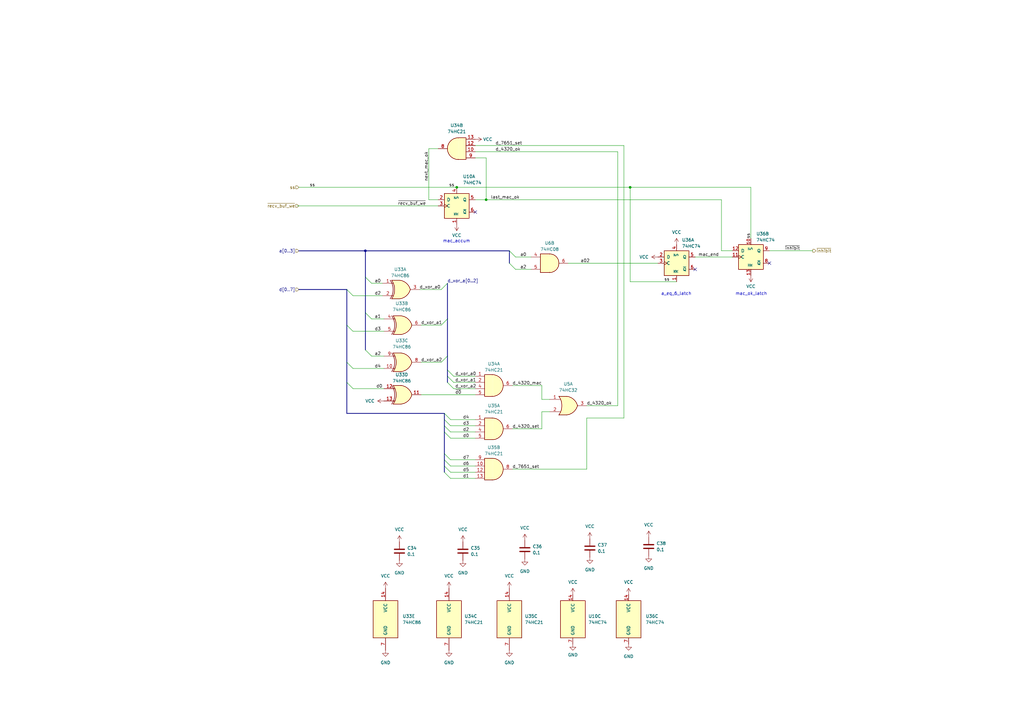
<source format=kicad_sch>
(kicad_sch (version 20230121) (generator eeschema)
  (paper "A3")
  (title_block (title "MAC filter") (date "2023-10-18") (rev "1"))
  (lib_symbols
    (symbol "74xx:74HC74" (pin_names (offset 1.016))
      (property "Reference" "U" (at -7.62 8.89 0))
      (property "Value" "74HC74" (at -7.62 -8.89 0))
      (symbol "74HC74_1_0"
        (pin input line (at 0 -7.62 90) (length 2.54) (name "~{R}") (number "1"))
        (pin input line (at -7.62 2.54 0) (length 2.54) (name "D") (number "2"))
        (pin input clock (at -7.62 0 0) (length 2.54) (name "C") (number "3"))
        (pin input line (at 0 7.62 270) (length 2.54) (name "~{S}") (number "4"))
        (pin output line (at 7.62 2.54 180) (length 2.54) (name "Q") (number "5"))
        (pin output line (at 7.62 -2.54 180) (length 2.54) (name "~{Q}") (number "6"))
      )
      (symbol "74HC74_1_1"
        (rectangle (start -5.08 5.08) (end 5.08 -5.08) (stroke (width 0.254)) (fill (type background)))
      )
      (symbol "74HC74_2_0"
        (pin input line (at 0 7.62 270) (length 2.54) (name "~{S}") (number "10"))
        (pin input clock (at -7.62 0 0) (length 2.54) (name "C") (number "11"))
        (pin input line (at -7.62 2.54 0) (length 2.54) (name "D") (number "12"))
        (pin input line (at 0 -7.62 90) (length 2.54) (name "~{R}") (number "13"))
        (pin output line (at 7.62 -2.54 180) (length 2.54) (name "~{Q}") (number "8"))
        (pin output line (at 7.62 2.54 180) (length 2.54) (name "Q") (number "9"))
      )
      (symbol "74HC74_2_1"
        (rectangle (start -5.08 5.08) (end 5.08 -5.08) (stroke (width 0.254)) (fill (type background)))
      )
      (symbol "74HC74_3_0"
        (pin power_in line (at 0 10.16 270) (length 2.54) (name "VCC") (number "14"))
        (pin power_in line (at 0 -10.16 90) (length 2.54) (name "GND") (number "7"))
      )
      (symbol "74HC74_3_1"
        (rectangle (start -5.08 7.62) (end 5.08 -7.62) (stroke (width 0.254)) (fill (type background)))
      )
    )
    (symbol "74xx:74HC86" (pin_names (offset 1.016))
      (property "Reference" "U" (at 0 1.27 0))
      (property "Value" "74HC86" (at 0 -1.27 0))
      (symbol "74HC86_1_0"
        (arc (start -4.4196 -3.81) (mid -3.2033 0) (end -4.4196 3.81) (stroke (width 0.254)))
        (arc (start -3.81 -3.81) (mid -2.589 0) (end -3.81 3.81) (stroke (width 0.254)))
        (arc (start -0.6096 -3.81) (mid 2.1842 -2.5851) (end 3.81 0) (stroke (width 0.254)) (fill (type background)))
        (polyline (pts (xy -3.81 -3.81) (xy -0.635 -3.81)) (stroke (width 0.254)) (fill (type background)))
        (polyline (pts (xy -3.81 3.81) (xy -0.635 3.81)) (stroke (width 0.254)) (fill (type background)))
        (polyline (pts (xy -0.635 3.81) (xy -3.81 3.81) (xy -3.81 3.81) (xy -3.556 3.4036) (xy -3.0226 2.2606) (xy -2.6924 1.0414) (xy -2.6162 -0.254) (xy -2.7686 -1.4986) (xy -3.175 -2.7178) (xy -3.81 -3.81) (xy -3.81 -3.81) (xy -0.635 -3.81)) (stroke (width -25.4)) (fill (type background)))
        (arc (start 3.81 0) (mid 2.1915 2.5936) (end -0.6096 3.81) (stroke (width 0.254)) (fill (type background)))
        (pin input line (at -7.62 2.54 0) (length 4.445) (name "~") (number "1"))
        (pin input line (at -7.62 -2.54 0) (length 4.445) (name "~") (number "2"))
        (pin output line (at 7.62 0 180) (length 3.81) (name "~") (number "3"))
      )
      (symbol "74HC86_1_1"
        (polyline (pts (xy -3.81 -2.54) (xy -3.175 -2.54)) (stroke (width 0.1524)))
        (polyline (pts (xy -3.81 2.54) (xy -3.175 2.54)) (stroke (width 0.1524)))
      )
      (symbol "74HC86_2_0"
        (arc (start -4.4196 -3.81) (mid -3.2033 0) (end -4.4196 3.81) (stroke (width 0.254)))
        (arc (start -3.81 -3.81) (mid -2.589 0) (end -3.81 3.81) (stroke (width 0.254)))
        (arc (start -0.6096 -3.81) (mid 2.1842 -2.5851) (end 3.81 0) (stroke (width 0.254)) (fill (type background)))
        (polyline (pts (xy -3.81 -3.81) (xy -0.635 -3.81)) (stroke (width 0.254)) (fill (type background)))
        (polyline (pts (xy -3.81 3.81) (xy -0.635 3.81)) (stroke (width 0.254)) (fill (type background)))
        (polyline (pts (xy -0.635 3.81) (xy -3.81 3.81) (xy -3.81 3.81) (xy -3.556 3.4036) (xy -3.0226 2.2606) (xy -2.6924 1.0414) (xy -2.6162 -0.254) (xy -2.7686 -1.4986) (xy -3.175 -2.7178) (xy -3.81 -3.81) (xy -3.81 -3.81) (xy -0.635 -3.81)) (stroke (width -25.4)) (fill (type background)))
        (arc (start 3.81 0) (mid 2.1915 2.5936) (end -0.6096 3.81) (stroke (width 0.254)) (fill (type background)))
        (pin input line (at -7.62 2.54 0) (length 4.445) (name "~") (number "4"))
        (pin input line (at -7.62 -2.54 0) (length 4.445) (name "~") (number "5"))
        (pin output line (at 7.62 0 180) (length 3.81) (name "~") (number "6"))
      )
      (symbol "74HC86_2_1"
        (polyline (pts (xy -3.81 -2.54) (xy -3.175 -2.54)) (stroke (width 0.1524)))
        (polyline (pts (xy -3.81 2.54) (xy -3.175 2.54)) (stroke (width 0.1524)))
      )
      (symbol "74HC86_3_0"
        (arc (start -4.4196 -3.81) (mid -3.2033 0) (end -4.4196 3.81) (stroke (width 0.254)))
        (arc (start -3.81 -3.81) (mid -2.589 0) (end -3.81 3.81) (stroke (width 0.254)))
        (arc (start -0.6096 -3.81) (mid 2.1842 -2.5851) (end 3.81 0) (stroke (width 0.254)) (fill (type background)))
        (polyline (pts (xy -3.81 -3.81) (xy -0.635 -3.81)) (stroke (width 0.254)) (fill (type background)))
        (polyline (pts (xy -3.81 3.81) (xy -0.635 3.81)) (stroke (width 0.254)) (fill (type background)))
        (polyline (pts (xy -0.635 3.81) (xy -3.81 3.81) (xy -3.81 3.81) (xy -3.556 3.4036) (xy -3.0226 2.2606) (xy -2.6924 1.0414) (xy -2.6162 -0.254) (xy -2.7686 -1.4986) (xy -3.175 -2.7178) (xy -3.81 -3.81) (xy -3.81 -3.81) (xy -0.635 -3.81)) (stroke (width -25.4)) (fill (type background)))
        (arc (start 3.81 0) (mid 2.1915 2.5936) (end -0.6096 3.81) (stroke (width 0.254)) (fill (type background)))
        (pin input line (at -7.62 -2.54 0) (length 4.445) (name "~") (number "10"))
        (pin output line (at 7.62 0 180) (length 3.81) (name "~") (number "8"))
        (pin input line (at -7.62 2.54 0) (length 4.445) (name "~") (number "9"))
      )
      (symbol "74HC86_3_1"
        (polyline (pts (xy -3.81 -2.54) (xy -3.175 -2.54)) (stroke (width 0.1524)))
        (polyline (pts (xy -3.81 2.54) (xy -3.175 2.54)) (stroke (width 0.1524)))
      )
      (symbol "74HC86_4_0"
        (arc (start -4.4196 -3.81) (mid -3.2033 0) (end -4.4196 3.81) (stroke (width 0.254)))
        (arc (start -3.81 -3.81) (mid -2.589 0) (end -3.81 3.81) (stroke (width 0.254)))
        (arc (start -0.6096 -3.81) (mid 2.1842 -2.5851) (end 3.81 0) (stroke (width 0.254)) (fill (type background)))
        (polyline (pts (xy -3.81 -3.81) (xy -0.635 -3.81)) (stroke (width 0.254)) (fill (type background)))
        (polyline (pts (xy -3.81 3.81) (xy -0.635 3.81)) (stroke (width 0.254)) (fill (type background)))
        (polyline (pts (xy -0.635 3.81) (xy -3.81 3.81) (xy -3.81 3.81) (xy -3.556 3.4036) (xy -3.0226 2.2606) (xy -2.6924 1.0414) (xy -2.6162 -0.254) (xy -2.7686 -1.4986) (xy -3.175 -2.7178) (xy -3.81 -3.81) (xy -3.81 -3.81) (xy -0.635 -3.81)) (stroke (width -25.4)) (fill (type background)))
        (arc (start 3.81 0) (mid 2.1915 2.5936) (end -0.6096 3.81) (stroke (width 0.254)) (fill (type background)))
        (pin output line (at 7.62 0 180) (length 3.81) (name "~") (number "11"))
        (pin input line (at -7.62 2.54 0) (length 4.445) (name "~") (number "12"))
        (pin input line (at -7.62 -2.54 0) (length 4.445) (name "~") (number "13"))
      )
      (symbol "74HC86_4_1"
        (polyline (pts (xy -3.81 -2.54) (xy -3.175 -2.54)) (stroke (width 0.1524)))
        (polyline (pts (xy -3.81 2.54) (xy -3.175 2.54)) (stroke (width 0.1524)))
      )
      (symbol "74HC86_5_0"
        (pin power_in line (at 0 12.7 270) (length 5.08) (name "VCC") (number "14"))
        (pin power_in line (at 0 -12.7 90) (length 5.08) (name "GND") (number "7"))
      )
      (symbol "74HC86_5_1"
        (rectangle (start -5.08 7.62) (end 5.08 -7.62) (stroke (width 0.254)) (fill (type background)))
      )
    )
    (symbol "74xx:74LS08" (pin_names (offset 1.016))
      (property "Reference" "U" (at 0 1.27 0))
      (property "Value" "74LS08" (at 0 -1.27 0))
      (symbol "74LS08_1_1"
        (arc (start 0 -3.81) (mid 3.7934 0) (end 0 3.81) (stroke (width 0.254)) (fill (type background)))
        (polyline (pts (xy 0 3.81) (xy -3.81 3.81) (xy -3.81 -3.81) (xy 0 -3.81)) (stroke (width 0.254)) (fill (type background)))
        (pin input line (at -7.62 2.54 0) (length 3.81) (name "~") (number "1"))
        (pin input line (at -7.62 -2.54 0) (length 3.81) (name "~") (number "2"))
        (pin output line (at 7.62 0 180) (length 3.81) (name "~") (number "3"))
      )
      (symbol "74LS08_1_2"
        (arc (start -3.81 -3.81) (mid -2.589 0) (end -3.81 3.81) (stroke (width 0.254)))
        (arc (start -0.6096 -3.81) (mid 2.1842 -2.5851) (end 3.81 0) (stroke (width 0.254)) (fill (type background)))
        (polyline (pts (xy -3.81 -3.81) (xy -0.635 -3.81)) (stroke (width 0.254)) (fill (type background)))
        (polyline (pts (xy -3.81 3.81) (xy -0.635 3.81)) (stroke (width 0.254)) (fill (type background)))
        (polyline (pts (xy -0.635 3.81) (xy -3.81 3.81) (xy -3.81 3.81) (xy -3.556 3.4036) (xy -3.0226 2.2606) (xy -2.6924 1.0414) (xy -2.6162 -0.254) (xy -2.7686 -1.4986) (xy -3.175 -2.7178) (xy -3.81 -3.81) (xy -3.81 -3.81) (xy -0.635 -3.81)) (stroke (width -25.4)) (fill (type background)))
        (arc (start 3.81 0) (mid 2.1915 2.5936) (end -0.6096 3.81) (stroke (width 0.254)) (fill (type background)))
        (pin input inverted (at -7.62 2.54 0) (length 4.318) (name "~") (number "1"))
        (pin input inverted (at -7.62 -2.54 0) (length 4.318) (name "~") (number "2"))
        (pin output inverted (at 7.62 0 180) (length 3.81) (name "~") (number "3"))
      )
      (symbol "74LS08_2_1"
        (arc (start 0 -3.81) (mid 3.7934 0) (end 0 3.81) (stroke (width 0.254)) (fill (type background)))
        (polyline (pts (xy 0 3.81) (xy -3.81 3.81) (xy -3.81 -3.81) (xy 0 -3.81)) (stroke (width 0.254)) (fill (type background)))
        (pin input line (at -7.62 2.54 0) (length 3.81) (name "~") (number "4"))
        (pin input line (at -7.62 -2.54 0) (length 3.81) (name "~") (number "5"))
        (pin output line (at 7.62 0 180) (length 3.81) (name "~") (number "6"))
      )
      (symbol "74LS08_2_2"
        (arc (start -3.81 -3.81) (mid -2.589 0) (end -3.81 3.81) (stroke (width 0.254)))
        (arc (start -0.6096 -3.81) (mid 2.1842 -2.5851) (end 3.81 0) (stroke (width 0.254)) (fill (type background)))
        (polyline (pts (xy -3.81 -3.81) (xy -0.635 -3.81)) (stroke (width 0.254)) (fill (type background)))
        (polyline (pts (xy -3.81 3.81) (xy -0.635 3.81)) (stroke (width 0.254)) (fill (type background)))
        (polyline (pts (xy -0.635 3.81) (xy -3.81 3.81) (xy -3.81 3.81) (xy -3.556 3.4036) (xy -3.0226 2.2606) (xy -2.6924 1.0414) (xy -2.6162 -0.254) (xy -2.7686 -1.4986) (xy -3.175 -2.7178) (xy -3.81 -3.81) (xy -3.81 -3.81) (xy -0.635 -3.81)) (stroke (width -25.4)) (fill (type background)))
        (arc (start 3.81 0) (mid 2.1915 2.5936) (end -0.6096 3.81) (stroke (width 0.254)) (fill (type background)))
        (pin input inverted (at -7.62 2.54 0) (length 4.318) (name "~") (number "4"))
        (pin input inverted (at -7.62 -2.54 0) (length 4.318) (name "~") (number "5"))
        (pin output inverted (at 7.62 0 180) (length 3.81) (name "~") (number "6"))
      )
      (symbol "74LS08_3_1"
        (arc (start 0 -3.81) (mid 3.7934 0) (end 0 3.81) (stroke (width 0.254)) (fill (type background)))
        (polyline (pts (xy 0 3.81) (xy -3.81 3.81) (xy -3.81 -3.81) (xy 0 -3.81)) (stroke (width 0.254)) (fill (type background)))
        (pin input line (at -7.62 -2.54 0) (length 3.81) (name "~") (number "10"))
        (pin output line (at 7.62 0 180) (length 3.81) (name "~") (number "8"))
        (pin input line (at -7.62 2.54 0) (length 3.81) (name "~") (number "9"))
      )
      (symbol "74LS08_3_2"
        (arc (start -3.81 -3.81) (mid -2.589 0) (end -3.81 3.81) (stroke (width 0.254)))
        (arc (start -0.6096 -3.81) (mid 2.1842 -2.5851) (end 3.81 0) (stroke (width 0.254)) (fill (type background)))
        (polyline (pts (xy -3.81 -3.81) (xy -0.635 -3.81)) (stroke (width 0.254)) (fill (type background)))
        (polyline (pts (xy -3.81 3.81) (xy -0.635 3.81)) (stroke (width 0.254)) (fill (type background)))
        (polyline (pts (xy -0.635 3.81) (xy -3.81 3.81) (xy -3.81 3.81) (xy -3.556 3.4036) (xy -3.0226 2.2606) (xy -2.6924 1.0414) (xy -2.6162 -0.254) (xy -2.7686 -1.4986) (xy -3.175 -2.7178) (xy -3.81 -3.81) (xy -3.81 -3.81) (xy -0.635 -3.81)) (stroke (width -25.4)) (fill (type background)))
        (arc (start 3.81 0) (mid 2.1915 2.5936) (end -0.6096 3.81) (stroke (width 0.254)) (fill (type background)))
        (pin input inverted (at -7.62 -2.54 0) (length 4.318) (name "~") (number "10"))
        (pin output inverted (at 7.62 0 180) (length 3.81) (name "~") (number "8"))
        (pin input inverted (at -7.62 2.54 0) (length 4.318) (name "~") (number "9"))
      )
      (symbol "74LS08_4_1"
        (arc (start 0 -3.81) (mid 3.7934 0) (end 0 3.81) (stroke (width 0.254)) (fill (type background)))
        (polyline (pts (xy 0 3.81) (xy -3.81 3.81) (xy -3.81 -3.81) (xy 0 -3.81)) (stroke (width 0.254)) (fill (type background)))
        (pin output line (at 7.62 0 180) (length 3.81) (name "~") (number "11"))
        (pin input line (at -7.62 2.54 0) (length 3.81) (name "~") (number "12"))
        (pin input line (at -7.62 -2.54 0) (length 3.81) (name "~") (number "13"))
      )
      (symbol "74LS08_4_2"
        (arc (start -3.81 -3.81) (mid -2.589 0) (end -3.81 3.81) (stroke (width 0.254)))
        (arc (start -0.6096 -3.81) (mid 2.1842 -2.5851) (end 3.81 0) (stroke (width 0.254)) (fill (type background)))
        (polyline (pts (xy -3.81 -3.81) (xy -0.635 -3.81)) (stroke (width 0.254)) (fill (type background)))
        (polyline (pts (xy -3.81 3.81) (xy -0.635 3.81)) (stroke (width 0.254)) (fill (type background)))
        (polyline (pts (xy -0.635 3.81) (xy -3.81 3.81) (xy -3.81 3.81) (xy -3.556 3.4036) (xy -3.0226 2.2606) (xy -2.6924 1.0414) (xy -2.6162 -0.254) (xy -2.7686 -1.4986) (xy -3.175 -2.7178) (xy -3.81 -3.81) (xy -3.81 -3.81) (xy -0.635 -3.81)) (stroke (width -25.4)) (fill (type background)))
        (arc (start 3.81 0) (mid 2.1915 2.5936) (end -0.6096 3.81) (stroke (width 0.254)) (fill (type background)))
        (pin output inverted (at 7.62 0 180) (length 3.81) (name "~") (number "11"))
        (pin input inverted (at -7.62 2.54 0) (length 4.318) (name "~") (number "12"))
        (pin input inverted (at -7.62 -2.54 0) (length 4.318) (name "~") (number "13"))
      )
      (symbol "74LS08_5_0"
        (pin power_in line (at 0 12.7 270) (length 5.08) (name "VCC") (number "14"))
        (pin power_in line (at 0 -12.7 90) (length 5.08) (name "GND") (number "7"))
      )
      (symbol "74LS08_5_1"
        (rectangle (start -5.08 7.62) (end 5.08 -7.62) (stroke (width 0.254)) (fill (type background)))
      )
    )
    (symbol "74xx:74LS21" (pin_names (offset 1.016))
      (property "Reference" "U" (at 0 1.27 0))
      (property "Value" "74LS21" (at 0 -1.27 0))
      (symbol "74LS21_1_1"
        (arc (start -0.635 -4.445) (mid 3.7907 0) (end -0.635 4.445) (stroke (width 0.254)) (fill (type background)))
        (polyline (pts (xy -0.635 4.445) (xy -3.81 4.445) (xy -3.81 -4.445) (xy -0.635 -4.445)) (stroke (width 0.254)) (fill (type background)))
        (pin input line (at -7.62 3.81 0) (length 3.81) (name "~") (number "1"))
        (pin input line (at -7.62 1.27 0) (length 3.81) (name "~") (number "2"))
        (pin input line (at -7.62 -1.27 0) (length 3.81) (name "~") (number "4"))
        (pin input line (at -7.62 -3.81 0) (length 3.81) (name "~") (number "5"))
        (pin output line (at 7.62 0 180) (length 3.81) (name "~") (number "6"))
      )
      (symbol "74LS21_1_2"
        (arc (start -3.81 -4.445) (mid -2.5908 0) (end -3.81 4.445) (stroke (width 0.254)))
        (arc (start -0.6096 -4.445) (mid 2.2246 -2.8422) (end 3.81 0) (stroke (width 0.254)) (fill (type background)))
        (polyline (pts (xy -3.81 -4.445) (xy -0.635 -4.445)) (stroke (width 0.254)) (fill (type background)))
        (polyline (pts (xy -3.81 4.445) (xy -0.635 4.445)) (stroke (width 0.254)) (fill (type background)))
        (polyline (pts (xy -0.635 4.445) (xy -3.81 4.445) (xy -3.81 4.445) (xy -3.6322 4.0894) (xy -3.0988 2.921) (xy -2.7686 1.6764) (xy -2.6162 0.4318) (xy -2.6416 -0.8636) (xy -2.8702 -2.1082) (xy -3.2512 -3.3274) (xy -3.81 -4.445) (xy -3.81 -4.445) (xy -0.635 -4.445)) (stroke (width -25.4)) (fill (type background)))
        (arc (start 3.81 0) (mid 2.2204 2.8379) (end -0.6096 4.445) (stroke (width 0.254)) (fill (type background)))
        (pin input inverted (at -7.62 3.81 0) (length 3.81) (name "~") (number "1"))
        (pin input inverted (at -7.62 1.27 0) (length 4.826) (name "~") (number "2"))
        (pin input inverted (at -7.62 -1.27 0) (length 4.826) (name "~") (number "4"))
        (pin input inverted (at -7.62 -3.81 0) (length 3.81) (name "~") (number "5"))
        (pin output inverted (at 7.62 0 180) (length 3.81) (name "~") (number "6"))
      )
      (symbol "74LS21_2_1"
        (arc (start -0.635 -4.445) (mid 3.7907 0) (end -0.635 4.445) (stroke (width 0.254)) (fill (type background)))
        (polyline (pts (xy -0.635 4.445) (xy -3.81 4.445) (xy -3.81 -4.445) (xy -0.635 -4.445)) (stroke (width 0.254)) (fill (type background)))
        (pin input line (at -7.62 1.27 0) (length 3.81) (name "~") (number "10"))
        (pin input line (at -7.62 -1.27 0) (length 3.81) (name "~") (number "12"))
        (pin input line (at -7.62 -3.81 0) (length 3.81) (name "~") (number "13"))
        (pin output line (at 7.62 0 180) (length 3.81) (name "~") (number "8"))
        (pin input line (at -7.62 3.81 0) (length 3.81) (name "~") (number "9"))
      )
      (symbol "74LS21_2_2"
        (arc (start -3.81 -4.445) (mid -2.5908 0) (end -3.81 4.445) (stroke (width 0.254)))
        (arc (start -0.6096 -4.445) (mid 2.2246 -2.8422) (end 3.81 0) (stroke (width 0.254)) (fill (type background)))
        (polyline (pts (xy -3.81 -4.445) (xy -0.635 -4.445)) (stroke (width 0.254)) (fill (type background)))
        (polyline (pts (xy -3.81 4.445) (xy -0.635 4.445)) (stroke (width 0.254)) (fill (type background)))
        (polyline (pts (xy -0.635 4.445) (xy -3.81 4.445) (xy -3.81 4.445) (xy -3.6322 4.0894) (xy -3.0988 2.921) (xy -2.7686 1.6764) (xy -2.6162 0.4318) (xy -2.6416 -0.8636) (xy -2.8702 -2.1082) (xy -3.2512 -3.3274) (xy -3.81 -4.445) (xy -3.81 -4.445) (xy -0.635 -4.445)) (stroke (width -25.4)) (fill (type background)))
        (arc (start 3.81 0) (mid 2.2204 2.8379) (end -0.6096 4.445) (stroke (width 0.254)) (fill (type background)))
        (pin input inverted (at -7.62 1.27 0) (length 4.826) (name "~") (number "10"))
        (pin input inverted (at -7.62 -1.27 0) (length 4.826) (name "~") (number "12"))
        (pin input inverted (at -7.62 -3.81 0) (length 3.81) (name "~") (number "13"))
        (pin output inverted (at 7.62 0 180) (length 3.81) (name "~") (number "8"))
        (pin input inverted (at -7.62 3.81 0) (length 3.81) (name "~") (number "9"))
      )
      (symbol "74LS21_3_0"
        (pin power_in line (at 0 12.7 270) (length 5.08) (name "VCC") (number "14"))
        (pin power_in line (at 0 -12.7 90) (length 5.08) (name "GND") (number "7"))
      )
      (symbol "74LS21_3_1"
        (rectangle (start -5.08 7.62) (end 5.08 -7.62) (stroke (width 0.254)) (fill (type background)))
      )
    )
    (symbol "74xx:74LS32" (pin_names (offset 1.016))
      (property "Reference" "U" (at 0 1.27 0))
      (property "Value" "74LS32" (at 0 -1.27 0))
      (symbol "74LS32_1_1"
        (arc (start -3.81 -3.81) (mid -2.589 0) (end -3.81 3.81) (stroke (width 0.254)))
        (arc (start -0.6096 -3.81) (mid 2.1842 -2.5851) (end 3.81 0) (stroke (width 0.254)) (fill (type background)))
        (polyline (pts (xy -3.81 -3.81) (xy -0.635 -3.81)) (stroke (width 0.254)) (fill (type background)))
        (polyline (pts (xy -3.81 3.81) (xy -0.635 3.81)) (stroke (width 0.254)) (fill (type background)))
        (polyline (pts (xy -0.635 3.81) (xy -3.81 3.81) (xy -3.81 3.81) (xy -3.556 3.4036) (xy -3.0226 2.2606) (xy -2.6924 1.0414) (xy -2.6162 -0.254) (xy -2.7686 -1.4986) (xy -3.175 -2.7178) (xy -3.81 -3.81) (xy -3.81 -3.81) (xy -0.635 -3.81)) (stroke (width -25.4)) (fill (type background)))
        (arc (start 3.81 0) (mid 2.1915 2.5936) (end -0.6096 3.81) (stroke (width 0.254)) (fill (type background)))
        (pin input line (at -7.62 2.54 0) (length 4.318) (name "~") (number "1"))
        (pin input line (at -7.62 -2.54 0) (length 4.318) (name "~") (number "2"))
        (pin output line (at 7.62 0 180) (length 3.81) (name "~") (number "3"))
      )
      (symbol "74LS32_1_2"
        (arc (start 0 -3.81) (mid 3.7934 0) (end 0 3.81) (stroke (width 0.254)) (fill (type background)))
        (polyline (pts (xy 0 3.81) (xy -3.81 3.81) (xy -3.81 -3.81) (xy 0 -3.81)) (stroke (width 0.254)) (fill (type background)))
        (pin input inverted (at -7.62 2.54 0) (length 3.81) (name "~") (number "1"))
        (pin input inverted (at -7.62 -2.54 0) (length 3.81) (name "~") (number "2"))
        (pin output inverted (at 7.62 0 180) (length 3.81) (name "~") (number "3"))
      )
      (symbol "74LS32_2_1"
        (arc (start -3.81 -3.81) (mid -2.589 0) (end -3.81 3.81) (stroke (width 0.254)))
        (arc (start -0.6096 -3.81) (mid 2.1842 -2.5851) (end 3.81 0) (stroke (width 0.254)) (fill (type background)))
        (polyline (pts (xy -3.81 -3.81) (xy -0.635 -3.81)) (stroke (width 0.254)) (fill (type background)))
        (polyline (pts (xy -3.81 3.81) (xy -0.635 3.81)) (stroke (width 0.254)) (fill (type background)))
        (polyline (pts (xy -0.635 3.81) (xy -3.81 3.81) (xy -3.81 3.81) (xy -3.556 3.4036) (xy -3.0226 2.2606) (xy -2.6924 1.0414) (xy -2.6162 -0.254) (xy -2.7686 -1.4986) (xy -3.175 -2.7178) (xy -3.81 -3.81) (xy -3.81 -3.81) (xy -0.635 -3.81)) (stroke (width -25.4)) (fill (type background)))
        (arc (start 3.81 0) (mid 2.1915 2.5936) (end -0.6096 3.81) (stroke (width 0.254)) (fill (type background)))
        (pin input line (at -7.62 2.54 0) (length 4.318) (name "~") (number "4"))
        (pin input line (at -7.62 -2.54 0) (length 4.318) (name "~") (number "5"))
        (pin output line (at 7.62 0 180) (length 3.81) (name "~") (number "6"))
      )
      (symbol "74LS32_2_2"
        (arc (start 0 -3.81) (mid 3.7934 0) (end 0 3.81) (stroke (width 0.254)) (fill (type background)))
        (polyline (pts (xy 0 3.81) (xy -3.81 3.81) (xy -3.81 -3.81) (xy 0 -3.81)) (stroke (width 0.254)) (fill (type background)))
        (pin input inverted (at -7.62 2.54 0) (length 3.81) (name "~") (number "4"))
        (pin input inverted (at -7.62 -2.54 0) (length 3.81) (name "~") (number "5"))
        (pin output inverted (at 7.62 0 180) (length 3.81) (name "~") (number "6"))
      )
      (symbol "74LS32_3_1"
        (arc (start -3.81 -3.81) (mid -2.589 0) (end -3.81 3.81) (stroke (width 0.254)))
        (arc (start -0.6096 -3.81) (mid 2.1842 -2.5851) (end 3.81 0) (stroke (width 0.254)) (fill (type background)))
        (polyline (pts (xy -3.81 -3.81) (xy -0.635 -3.81)) (stroke (width 0.254)) (fill (type background)))
        (polyline (pts (xy -3.81 3.81) (xy -0.635 3.81)) (stroke (width 0.254)) (fill (type background)))
        (polyline (pts (xy -0.635 3.81) (xy -3.81 3.81) (xy -3.81 3.81) (xy -3.556 3.4036) (xy -3.0226 2.2606) (xy -2.6924 1.0414) (xy -2.6162 -0.254) (xy -2.7686 -1.4986) (xy -3.175 -2.7178) (xy -3.81 -3.81) (xy -3.81 -3.81) (xy -0.635 -3.81)) (stroke (width -25.4)) (fill (type background)))
        (arc (start 3.81 0) (mid 2.1915 2.5936) (end -0.6096 3.81) (stroke (width 0.254)) (fill (type background)))
        (pin input line (at -7.62 -2.54 0) (length 4.318) (name "~") (number "10"))
        (pin output line (at 7.62 0 180) (length 3.81) (name "~") (number "8"))
        (pin input line (at -7.62 2.54 0) (length 4.318) (name "~") (number "9"))
      )
      (symbol "74LS32_3_2"
        (arc (start 0 -3.81) (mid 3.7934 0) (end 0 3.81) (stroke (width 0.254)) (fill (type background)))
        (polyline (pts (xy 0 3.81) (xy -3.81 3.81) (xy -3.81 -3.81) (xy 0 -3.81)) (stroke (width 0.254)) (fill (type background)))
        (pin input inverted (at -7.62 -2.54 0) (length 3.81) (name "~") (number "10"))
        (pin output inverted (at 7.62 0 180) (length 3.81) (name "~") (number "8"))
        (pin input inverted (at -7.62 2.54 0) (length 3.81) (name "~") (number "9"))
      )
      (symbol "74LS32_4_1"
        (arc (start -3.81 -3.81) (mid -2.589 0) (end -3.81 3.81) (stroke (width 0.254)))
        (arc (start -0.6096 -3.81) (mid 2.1842 -2.5851) (end 3.81 0) (stroke (width 0.254)) (fill (type background)))
        (polyline (pts (xy -3.81 -3.81) (xy -0.635 -3.81)) (stroke (width 0.254)) (fill (type background)))
        (polyline (pts (xy -3.81 3.81) (xy -0.635 3.81)) (stroke (width 0.254)) (fill (type background)))
        (polyline (pts (xy -0.635 3.81) (xy -3.81 3.81) (xy -3.81 3.81) (xy -3.556 3.4036) (xy -3.0226 2.2606) (xy -2.6924 1.0414) (xy -2.6162 -0.254) (xy -2.7686 -1.4986) (xy -3.175 -2.7178) (xy -3.81 -3.81) (xy -3.81 -3.81) (xy -0.635 -3.81)) (stroke (width -25.4)) (fill (type background)))
        (arc (start 3.81 0) (mid 2.1915 2.5936) (end -0.6096 3.81) (stroke (width 0.254)) (fill (type background)))
        (pin output line (at 7.62 0 180) (length 3.81) (name "~") (number "11"))
        (pin input line (at -7.62 2.54 0) (length 4.318) (name "~") (number "12"))
        (pin input line (at -7.62 -2.54 0) (length 4.318) (name "~") (number "13"))
      )
      (symbol "74LS32_4_2"
        (arc (start 0 -3.81) (mid 3.7934 0) (end 0 3.81) (stroke (width 0.254)) (fill (type background)))
        (polyline (pts (xy 0 3.81) (xy -3.81 3.81) (xy -3.81 -3.81) (xy 0 -3.81)) (stroke (width 0.254)) (fill (type background)))
        (pin output inverted (at 7.62 0 180) (length 3.81) (name "~") (number "11"))
        (pin input inverted (at -7.62 2.54 0) (length 3.81) (name "~") (number "12"))
        (pin input inverted (at -7.62 -2.54 0) (length 3.81) (name "~") (number "13"))
      )
      (symbol "74LS32_5_0"
        (pin power_in line (at 0 12.7 270) (length 5.08) (name "VCC") (number "14"))
        (pin power_in line (at 0 -12.7 90) (length 5.08) (name "GND") (number "7"))
      )
      (symbol "74LS32_5_1"
        (rectangle (start -5.08 7.62) (end 5.08 -7.62) (stroke (width 0.254)) (fill (type background)))
      )
    )
    (symbol "Device:C" (pin_numbers hide) (pin_names (offset 0.254))
      (property "Reference" "C" (at 0.635 2.54 0))
      (property "Value" "C" (at 0.635 -2.54 0))
      (symbol "C_0_1"
        (polyline (pts (xy -2.032 -0.762) (xy 2.032 -0.762)) (stroke (width 0.508)))
        (polyline (pts (xy -2.032 0.762) (xy 2.032 0.762)) (stroke (width 0.508)))
      )
      (symbol "C_1_1"
        (pin passive line (at 0 3.81 270) (length 2.794) (name "~") (number "1"))
        (pin passive line (at 0 -3.81 90) (length 2.794) (name "~") (number "2"))
      )
    )
    (symbol "power:GND" (power) (pin_names (offset 0))
      (property "Value" "GND" (at 0 -3.81 0))
      (symbol "GND_0_1"
        (polyline (pts (xy 0 0) (xy 0 -1.27) (xy 1.27 -1.27) (xy 0 -2.54) (xy -1.27 -1.27) (xy 0 -1.27)))
      )
      (symbol "GND_1_1"
        (pin power_in line (at 0 0 270) (length 0) hide (name "GND") (number "1"))
      )
    )
    (symbol "power:VCC" (power) (pin_names (offset 0))
      (property "Value" "VCC" (at 0 3.81 0))
      (symbol "VCC_0_1"
        (polyline (pts (xy -0.762 1.27) (xy 0 2.54)))
        (polyline (pts (xy 0 0) (xy 0 2.54)))
        (polyline (pts (xy 0 2.54) (xy 0.762 1.27)))
      )
      (symbol "VCC_1_1"
        (pin power_in line (at 0 0 90) (length 0) hide (name "VCC") (number "1"))
      )
    )
  )
  (junction (at 187.325 76.835))
  (junction (at 149.86 102.87))
  (junction (at 199.39 81.915))
  (junction (at 258.445 76.835))
  (no_connect (at 315.595 107.95))
  (no_connect (at 285.115 110.49))
  (no_connect (at 194.945 86.995))
  (bus_entry (at 182.245 172.085) (size 2.54 2.54))
  (bus_entry (at 182.245 186.055) (size 2.54 2.54))
  (bus_entry (at 142.24 156.845) (size 2.54 2.54))
  (bus_entry (at 142.24 133.35) (size 2.54 2.54))
  (bus_entry (at 182.245 177.165) (size 2.54 2.54))
  (bus_entry (at 149.86 128.27) (size 2.54 2.54))
  (bus_entry (at 182.245 174.625) (size 2.54 2.54))
  (bus_entry (at 182.245 191.135) (size 2.54 2.54))
  (bus_entry (at 183.515 154.305) (size 2.54 2.54))
  (bus_entry (at 183.515 130.81) (size -2.54 2.54))
  (bus_entry (at 183.515 151.765) (size 2.54 2.54))
  (bus_entry (at 183.515 146.05) (size -2.54 2.54))
  (bus_entry (at 183.515 156.845) (size 2.54 2.54))
  (bus_entry (at 182.245 193.675) (size 2.54 2.54))
  (bus_entry (at 208.915 107.95) (size 2.54 2.54))
  (bus_entry (at 208.915 102.87) (size 2.54 2.54))
  (bus_entry (at 182.245 169.545) (size 2.54 2.54))
  (bus_entry (at 149.86 143.51) (size 2.54 2.54))
  (bus_entry (at 149.86 113.665) (size 2.54 2.54))
  (bus_entry (at 142.24 148.59) (size 2.54 2.54))
  (bus_entry (at 142.24 118.745) (size 2.54 2.54))
  (bus_entry (at 183.515 116.205) (size -2.54 2.54))
  (bus_entry (at 182.245 188.595) (size 2.54 2.54))
  (wire (pts (xy 233.045 107.95) (xy 269.875 107.95)))
  (bus (pts (xy 182.245 169.545) (xy 182.245 172.085)))
  (wire (pts (xy 175.895 60.96) (xy 175.895 81.915)))
  (wire (pts (xy 152.4 130.81) (xy 157.48 130.81)))
  (wire (pts (xy 295.91 102.87) (xy 300.355 102.87)))
  (wire (pts (xy 295.91 81.915) (xy 295.91 102.87)))
  (wire (pts (xy 187.325 76.835) (xy 258.445 76.835)))
  (wire (pts (xy 199.39 64.77) (xy 194.945 64.77)))
  (wire (pts (xy 180.975 148.59) (xy 172.72 148.59)))
  (wire (pts (xy 240.665 171.45) (xy 255.905 171.45)))
  (wire (pts (xy 199.39 64.77) (xy 199.39 81.915)))
  (wire (pts (xy 184.785 177.165) (xy 194.945 177.165)))
  (wire (pts (xy 144.78 159.385) (xy 157.48 159.385)))
  (bus (pts (xy 183.515 154.305) (xy 183.515 156.845)))
  (wire (pts (xy 277.495 115.57) (xy 258.445 115.57)))
  (wire (pts (xy 315.595 102.87) (xy 333.375 102.87)))
  (wire (pts (xy 179.705 60.96) (xy 175.895 60.96)))
  (wire (pts (xy 144.78 121.285) (xy 156.845 121.285)))
  (bus (pts (xy 142.24 156.845) (xy 142.24 169.545)))
  (bus (pts (xy 149.86 128.27) (xy 149.86 143.51)))
  (wire (pts (xy 210.185 158.115) (xy 222.25 158.115)))
  (wire (pts (xy 184.785 193.675) (xy 194.945 193.675)))
  (bus (pts (xy 183.515 146.05) (xy 183.515 151.765)))
  (bus (pts (xy 182.245 172.085) (xy 182.245 174.625)))
  (wire (pts (xy 175.895 81.915) (xy 179.705 81.915)))
  (wire (pts (xy 199.39 81.915) (xy 295.91 81.915)))
  (wire (pts (xy 258.445 76.835) (xy 307.975 76.835)))
  (bus (pts (xy 182.245 191.135) (xy 182.245 193.675)))
  (bus (pts (xy 182.245 186.055) (xy 182.245 188.595)))
  (wire (pts (xy 307.975 76.835) (xy 307.975 97.79)))
  (bus (pts (xy 142.24 148.59) (xy 142.24 156.845)))
  (wire (pts (xy 172.72 133.35) (xy 180.975 133.35)))
  (wire (pts (xy 222.25 163.83) (xy 225.425 163.83)))
  (wire (pts (xy 186.055 154.305) (xy 194.945 154.305)))
  (wire (pts (xy 184.785 172.085) (xy 194.945 172.085)))
  (bus (pts (xy 182.245 188.595) (xy 182.245 191.135)))
  (bus (pts (xy 122.555 102.87) (xy 149.86 102.87)))
  (wire (pts (xy 152.4 116.205) (xy 156.845 116.205)))
  (wire (pts (xy 186.055 156.845) (xy 194.945 156.845)))
  (bus (pts (xy 142.24 118.745) (xy 142.24 133.35)))
  (wire (pts (xy 255.905 171.45) (xy 255.905 59.69)))
  (wire (pts (xy 186.055 159.385) (xy 194.945 159.385)))
  (wire (pts (xy 240.665 166.37) (xy 253.365 166.37)))
  (wire (pts (xy 121.92 84.455) (xy 179.705 84.455)))
  (wire (pts (xy 240.665 192.405) (xy 240.665 171.45)))
  (wire (pts (xy 210.185 175.895) (xy 222.25 175.895)))
  (wire (pts (xy 184.785 191.135) (xy 194.945 191.135)))
  (wire (pts (xy 285.115 105.41) (xy 300.355 105.41)))
  (wire (pts (xy 222.25 168.91) (xy 225.425 168.91)))
  (bus (pts (xy 208.915 102.87) (xy 208.915 107.95)))
  (bus (pts (xy 183.515 116.205) (xy 183.515 130.81)))
  (wire (pts (xy 211.455 110.49) (xy 217.805 110.49)))
  (bus (pts (xy 183.515 151.765) (xy 183.515 154.305)))
  (bus (pts (xy 142.24 133.35) (xy 142.24 148.59)))
  (wire (pts (xy 253.365 62.23) (xy 194.945 62.23)))
  (wire (pts (xy 258.445 115.57) (xy 258.445 76.835)))
  (wire (pts (xy 222.25 158.115) (xy 222.25 163.83)))
  (bus (pts (xy 182.245 174.625) (xy 182.245 177.165)))
  (wire (pts (xy 144.78 151.13) (xy 157.48 151.13)))
  (wire (pts (xy 184.785 188.595) (xy 194.945 188.595)))
  (bus (pts (xy 122.555 118.745) (xy 142.24 118.745)))
  (wire (pts (xy 194.945 81.915) (xy 199.39 81.915)))
  (bus (pts (xy 149.86 102.87) (xy 149.86 113.665)))
  (bus (pts (xy 149.86 102.87) (xy 208.915 102.87)))
  (wire (pts (xy 211.455 105.41) (xy 217.805 105.41)))
  (wire (pts (xy 255.905 59.69) (xy 194.945 59.69)))
  (bus (pts (xy 142.24 169.545) (xy 182.245 169.545)))
  (wire (pts (xy 184.785 196.215) (xy 194.945 196.215)))
  (wire (pts (xy 172.72 161.925) (xy 194.945 161.925)))
  (wire (pts (xy 184.785 179.705) (xy 194.945 179.705)))
  (wire (pts (xy 210.185 192.405) (xy 240.665 192.405)))
  (wire (pts (xy 152.4 146.05) (xy 157.48 146.05)))
  (wire (pts (xy 253.365 166.37) (xy 253.365 62.23)))
  (wire (pts (xy 122.555 76.835) (xy 187.325 76.835)))
  (bus (pts (xy 183.515 146.05) (xy 183.515 130.81)))
  (wire (pts (xy 144.78 135.89) (xy 157.48 135.89)))
  (wire (pts (xy 184.785 174.625) (xy 194.945 174.625)))
  (bus (pts (xy 149.86 113.665) (xy 149.86 128.27)))
  (bus (pts (xy 182.245 177.165) (xy 182.245 186.055)))
  (wire (pts (xy 222.25 175.895) (xy 222.25 168.91)))
  (wire (pts (xy 180.975 118.745) (xy 172.085 118.745)))
  (text "a_eq_6_latch" (at 271.145 121.285 0) (effects (font (size 1.27 1.27)) (justify left bottom)))
  (text "mac_accum" (at 181.61 99.695 0) (effects (font (size 1.27 1.27)) (justify left bottom)))
  (text "mac_ok_latch" (at 301.625 121.285 0) (effects (font (size 1.27 1.27)) (justify left bottom)))
  (label "ss" (at 272.415 115.57 0))
  (label "~{recv_buf_we}" (at 163.195 84.455 0))
  (label "~{d0}" (at 186.69 161.925 0))
  (label "a1" (at 153.67 130.81 0))
  (label "d6" (at 189.865 191.135 0))
  (label "d_7651_set" (at 203.2 59.69 0))
  (label "d_7651_set" (at 210.185 192.405 0))
  (label "ss" (at 184.15 76.835 0))
  (label "~{inhibit}" (at 321.945 102.87 0))
  (label "d2" (at 189.865 177.165 0))
  (label "d_xor_a0" (at 172.085 118.745 0))
  (label "d_4320_ok" (at 203.2 62.23 0))
  (label "d2" (at 153.67 121.285 0))
  (label "d_4320_ok" (at 240.665 166.37 0))
  (label "d_xor_a0" (at 186.69 154.305 0))
  (label "d0" (at 154.305 159.385 0))
  (label "d_4320_mac" (at 210.185 158.115 0))
  (label "ss" (at 127 76.835 0))
  (label "d3" (at 189.865 174.625 0))
  (label "mac_end" (at 286.385 105.41 0))
  (label "d_4320_set" (at 210.185 175.895 0))
  (label "d5" (at 189.865 193.675 0))
  (label "a0" (at 213.36 105.41 0))
  (label "a2" (at 153.67 146.05 0))
  (label "a2" (at 213.36 110.49 0))
  (label "a0" (at 153.67 116.205 0))
  (label "next_mac_ok" (at 175.895 74.295 90))
  (label "d1" (at 189.865 196.215 0))
  (label "d7" (at 189.865 188.595 0))
  (label "ss" (at 307.975 97.79 90))
  (label "d_xor_a1" (at 172.72 133.35 0))
  (label "last_mac_ok" (at 201.295 81.915 0))
  (label "d3" (at 153.67 135.89 0))
  (label "d_xor_a[0..2]" (at 183.515 116.205 0))
  (label "d_xor_a2" (at 172.72 148.59 0))
  (label "d4" (at 189.865 172.085 0))
  (label "d4" (at 153.67 151.13 0))
  (label "d0" (at 189.865 179.705 0))
  (label "d_xor_a1" (at 186.69 156.845 0))
  (label "d_xor_a2" (at 186.69 159.385 0))
  (label "a02" (at 238.125 107.95 0))
  (hierarchical_label "ss" (shape input) (at 122.555 76.835 180))
  (hierarchical_label "a[0..3]" (shape input) (at 122.555 102.87 180))
  (hierarchical_label "~{recv_buf_we}" (shape input) (at 122.555 84.455 180))
  (hierarchical_label "~{inhibit}" (shape output) (at 333.375 102.87 0))
  (hierarchical_label "d[0..7]" (shape input) (at 122.555 118.745 180))
  (symbol (lib_id "Device:C") (at 189.865 226.06 0) (unit 1)
    (property "Reference" "C35" (at 193.04 224.79 0) (effects (justify left)))
    (property "Value" "0.1" (at 193.04 227.33 0) (effects (justify left)))
    (property "Footprint" "Capacitor_SMD:C_0805_2012Metric" (effects hide))
  )
  (symbol (lib_id "power:VCC") (at 187.325 92.075 180) (unit 1)
    (property "Reference" "#PWR0187" (effects hide))
    (property "Value" "VCC" (at 187.325 96.52 0))
  )
  (symbol (lib_id "74xx:74LS32") (at 233.045 166.37 0) (unit 1)
    (property "Reference" "U5" (at 233.045 157.48 0))
    (property "Value" "74HC32" (at 233.045 160.02 0))
    (property "Footprint" "Package_SO:TSSOP-14_4.4x5mm_P0.65mm" (effects hide))
    (property "Datasheet" "http://www.ti.com/lit/gpn/sn74LS32" (effects hide))
  )
  (symbol (lib_id "74xx:74LS21") (at 202.565 175.895 0) (unit 1)
    (property "Reference" "U35" (at 202.5553 166.37 0))
    (property "Value" "74HC21" (at 202.5553 168.91 0))
    (property "Footprint" "Package_SO:TSSOP-14_4.4x5mm_P0.65mm" (effects hide))
    (property "Datasheet" "http://www.ti.com/lit/gpn/sn74LS21" (effects hide))
  )
  (symbol (lib_id "power:GND") (at 266.065 227.965 0) (unit 1)
    (property "Reference" "#PWR0202" (effects hide))
    (property "Value" "GND" (at 266.065 233.045 0))
  )
  (symbol (lib_id "Device:C") (at 266.065 224.155 0) (unit 1)
    (property "Reference" "C38" (at 269.24 222.885 0) (effects (justify left)))
    (property "Value" "0.1" (at 269.24 225.425 0) (effects (justify left)))
    (property "Footprint" "Capacitor_SMD:C_0805_2012Metric" (effects hide))
  )
  (symbol (lib_id "power:VCC") (at 266.065 220.345 0) (unit 1)
    (property "Reference" "#PWR0201" (effects hide))
    (property "Value" "VCC" (at 266.065 215.265 0))
  )
  (symbol (lib_id "74xx:74LS21") (at 184.15 254 0) (unit 3)
    (property "Reference" "U34" (at 190.5 252.73 0) (effects (justify left)))
    (property "Value" "74HC21" (at 190.5 255.27 0) (effects (justify left)))
    (property "Footprint" "Package_SO:TSSOP-14_4.4x5mm_P0.65mm" (effects hide))
    (property "Datasheet" "http://www.ti.com/lit/gpn/sn74LS21" (effects hide))
  )
  (symbol (lib_id "74xx:74LS21") (at 187.325 60.96 180) (unit 2)
    (property "Reference" "U34" (at 187.3346 51.435 0))
    (property "Value" "74HC21" (at 187.3346 53.975 0))
    (property "Footprint" "Package_SO:TSSOP-14_4.4x5mm_P0.65mm" (effects hide))
    (property "Datasheet" "http://www.ti.com/lit/gpn/sn74LS21" (effects hide))
  )
  (symbol (lib_id "power:VCC") (at 234.95 243.84 0) (unit 1)
    (property "Reference" "#PWR0195" (effects hide))
    (property "Value" "VCC" (at 234.95 238.76 0))
  )
  (symbol (lib_id "power:VCC") (at 189.865 222.25 0) (unit 1)
    (property "Reference" "#PWR0188" (effects hide))
    (property "Value" "VCC" (at 189.865 217.17 0))
  )
  (symbol (lib_id "74xx:74HC86") (at 158.115 254 0) (unit 5)
    (property "Reference" "U33" (at 165.1 252.73 0) (effects (justify left)))
    (property "Value" "74HC86" (at 165.1 255.27 0) (effects (justify left)))
    (property "Footprint" "Package_SO:TSSOP-14_4.4x5mm_P0.65mm" (effects hide))
    (property "Datasheet" "http://www.ti.com/lit/gpn/sn74HC86" (effects hide))
  )
  (symbol (lib_id "74xx:74HC74") (at 234.95 254 0) (unit 3)
    (property "Reference" "U10" (at 241.3 252.73 0) (effects (justify left)))
    (property "Value" "74HC74" (at 241.3 255.27 0) (effects (justify left)))
    (property "Footprint" "Package_SO:TSSOP-14_4.4x5mm_P0.65mm" (effects hide))
    (property "Datasheet" "74xx/74hc_hct74.pdf" (effects hide))
  )
  (symbol (lib_id "power:GND") (at 208.915 266.7 0) (unit 1)
    (property "Reference" "#PWR0192" (effects hide))
    (property "Value" "GND" (at 208.915 271.78 0))
  )
  (symbol (lib_id "power:GND") (at 215.265 229.235 0) (unit 1)
    (property "Reference" "#PWR0194" (effects hide))
    (property "Value" "GND" (at 215.265 234.315 0))
  )
  (symbol (lib_id "74xx:74HC74") (at 187.325 84.455 0) (unit 1)
    (property "Reference" "U10" (at 189.865 72.39 0) (effects (justify left)))
    (property "Value" "74HC74" (at 189.865 74.93 0) (effects (justify left)))
    (property "Footprint" "Package_SO:TSSOP-14_4.4x5mm_P0.65mm" (effects hide))
    (property "Datasheet" "74xx/74hc_hct74.pdf" (effects hide))
  )
  (symbol (lib_id "74xx:74HC86") (at 165.1 148.59 0) (unit 3)
    (property "Reference" "U33" (at 164.7952 139.7 0))
    (property "Value" "74HC86" (at 164.7952 142.24 0))
    (property "Footprint" "Package_SO:TSSOP-14_4.4x5mm_P0.65mm" (effects hide))
    (property "Datasheet" "http://www.ti.com/lit/gpn/sn74HC86" (effects hide))
  )
  (symbol (lib_id "power:GND") (at 184.15 266.7 0) (unit 1)
    (property "Reference" "#PWR0186" (effects hide))
    (property "Value" "GND" (at 184.15 271.78 0))
  )
  (symbol (lib_id "74xx:74HC86") (at 164.465 118.745 0) (unit 1)
    (property "Reference" "U33" (at 164.1602 110.49 0))
    (property "Value" "74HC86" (at 164.1602 113.03 0))
    (property "Footprint" "Package_SO:TSSOP-14_4.4x5mm_P0.65mm" (effects hide))
    (property "Datasheet" "http://www.ti.com/lit/gpn/sn74HC86" (effects hide))
  )
  (symbol (lib_id "power:VCC") (at 158.115 241.3 0) (unit 1)
    (property "Reference" "#PWR0181" (effects hide))
    (property "Value" "VCC" (at 158.115 236.22 0))
  )
  (symbol (lib_id "74xx:74HC86") (at 165.1 161.925 0) (unit 4)
    (property "Reference" "U33" (at 164.7952 153.67 0))
    (property "Value" "74HC86" (at 164.7952 156.21 0))
    (property "Footprint" "Package_SO:TSSOP-14_4.4x5mm_P0.65mm" (effects hide))
    (property "Datasheet" "http://www.ti.com/lit/gpn/sn74HC86" (effects hide))
  )
  (symbol (lib_id "74xx:74HC74") (at 277.495 107.95 0) (unit 1)
    (property "Reference" "U36" (at 279.6891 98.425 0) (effects (justify left)))
    (property "Value" "74HC74" (at 279.6891 100.965 0) (effects (justify left)))
    (property "Footprint" "Package_SO:TSSOP-14_4.4x5mm_P0.65mm" (effects hide))
    (property "Datasheet" "74xx/74hc_hct74.pdf" (effects hide))
  )
  (symbol (lib_id "power:VCC") (at 194.945 57.15 270) (unit 1)
    (property "Reference" "#PWR0190" (effects hide))
    (property "Value" "VCC" (at 198.12 57.15 90) (effects (justify left)))
  )
  (symbol (lib_id "power:GND") (at 158.115 266.7 0) (unit 1)
    (property "Reference" "#PWR0182" (effects hide))
    (property "Value" "GND" (at 158.115 271.78 0))
  )
  (symbol (lib_id "power:VCC") (at 241.935 220.98 0) (unit 1)
    (property "Reference" "#PWR0197" (effects hide))
    (property "Value" "VCC" (at 241.935 215.9 0))
  )
  (symbol (lib_id "Device:C") (at 241.935 224.79 0) (unit 1)
    (property "Reference" "C37" (at 245.11 223.52 0) (effects (justify left)))
    (property "Value" "0.1" (at 245.11 226.06 0) (effects (justify left)))
    (property "Footprint" "Capacitor_SMD:C_0805_2012Metric" (effects hide))
  )
  (symbol (lib_id "power:VCC") (at 208.915 241.3 0) (unit 1)
    (property "Reference" "#PWR0191" (effects hide))
    (property "Value" "VCC" (at 208.915 236.22 0))
  )
  (symbol (lib_id "power:VCC") (at 184.15 241.3 0) (unit 1)
    (property "Reference" "#PWR0185" (effects hide))
    (property "Value" "VCC" (at 184.15 236.22 0))
  )
  (symbol (lib_id "74xx:74LS21") (at 202.565 192.405 0) (unit 2)
    (property "Reference" "U35" (at 202.5553 183.515 0))
    (property "Value" "74HC21" (at 202.5553 186.055 0))
    (property "Footprint" "Package_SO:TSSOP-14_4.4x5mm_P0.65mm" (effects hide))
    (property "Datasheet" "http://www.ti.com/lit/gpn/sn74LS21" (effects hide))
  )
  (symbol (lib_id "74xx:74HC74") (at 257.81 254 0) (unit 3)
    (property "Reference" "U36" (at 264.795 252.73 0) (effects (justify left)))
    (property "Value" "74HC74" (at 264.795 255.27 0) (effects (justify left)))
    (property "Footprint" "Package_SO:TSSOP-14_4.4x5mm_P0.65mm" (effects hide))
    (property "Datasheet" "74xx/74hc_hct74.pdf" (effects hide))
  )
  (symbol (lib_id "power:VCC") (at 307.975 113.03 180) (unit 1)
    (property "Reference" "#PWR0205" (effects hide))
    (property "Value" "VCC" (at 307.975 117.475 0))
  )
  (symbol (lib_id "power:GND") (at 234.95 264.16 0) (unit 1)
    (property "Reference" "#PWR0196" (effects hide))
    (property "Value" "GND" (at 234.95 268.605 0))
  )
  (symbol (lib_id "power:VCC") (at 269.875 105.41 90) (unit 1)
    (property "Reference" "#PWR0203" (effects hide))
    (property "Value" "VCC" (at 266.065 105.41 90) (effects (justify left)))
  )
  (symbol (lib_id "74xx:74LS08") (at 225.425 107.95 0) (unit 2)
    (property "Reference" "U6" (at 225.4167 99.695 0))
    (property "Value" "74HC08" (at 225.4167 102.235 0))
    (property "Footprint" "Package_SO:TSSOP-14_4.4x5mm_P0.65mm" (effects hide))
    (property "Datasheet" "http://www.ti.com/lit/gpn/sn74LS08" (effects hide))
  )
  (symbol (lib_id "Device:C") (at 215.265 225.425 0) (unit 1)
    (property "Reference" "C36" (at 218.44 224.155 0) (effects (justify left)))
    (property "Value" "0.1" (at 218.44 226.695 0) (effects (justify left)))
    (property "Footprint" "Capacitor_SMD:C_0805_2012Metric" (effects hide))
  )
  (symbol (lib_id "Device:C") (at 163.83 226.06 0) (unit 1)
    (property "Reference" "C34" (at 167.005 224.79 0) (effects (justify left)))
    (property "Value" "0.1" (at 167.005 227.33 0) (effects (justify left)))
    (property "Footprint" "Capacitor_SMD:C_0805_2012Metric" (effects hide))
  )
  (symbol (lib_id "74xx:74LS21") (at 208.915 254 0) (unit 3)
    (property "Reference" "U35" (at 215.265 252.73 0) (effects (justify left)))
    (property "Value" "74HC21" (at 215.265 255.27 0) (effects (justify left)))
    (property "Footprint" "Package_SO:TSSOP-14_4.4x5mm_P0.65mm" (effects hide))
    (property "Datasheet" "http://www.ti.com/lit/gpn/sn74LS21" (effects hide))
  )
  (symbol (lib_id "74xx:74HC86") (at 165.1 133.35 0) (unit 2)
    (property "Reference" "U33" (at 164.7952 124.46 0))
    (property "Value" "74HC86" (at 164.7952 127 0))
    (property "Footprint" "Package_SO:TSSOP-14_4.4x5mm_P0.65mm" (effects hide))
    (property "Datasheet" "http://www.ti.com/lit/gpn/sn74HC86" (effects hide))
  )
  (symbol (lib_id "power:GND") (at 189.865 229.87 0) (unit 1)
    (property "Reference" "#PWR0189" (effects hide))
    (property "Value" "GND" (at 189.865 234.95 0))
  )
  (symbol (lib_id "74xx:74LS21") (at 202.565 158.115 0) (unit 1)
    (property "Reference" "U34" (at 202.5553 149.225 0))
    (property "Value" "74HC21" (at 202.5553 151.765 0))
    (property "Footprint" "Package_SO:TSSOP-14_4.4x5mm_P0.65mm" (effects hide))
    (property "Datasheet" "http://www.ti.com/lit/gpn/sn74LS21" (effects hide))
  )
  (symbol (lib_id "power:GND") (at 257.81 264.16 0) (unit 1)
    (property "Reference" "#PWR0200" (effects hide))
    (property "Value" "GND" (at 257.81 269.24 0))
  )
  (symbol (lib_id "power:VCC") (at 277.495 100.33 0) (unit 1)
    (property "Reference" "#PWR0204" (effects hide))
    (property "Value" "VCC" (at 277.495 95.25 0))
  )
  (symbol (lib_id "74xx:74HC74") (at 307.975 105.41 0) (unit 2)
    (property "Reference" "U36" (at 310.1691 95.885 0) (effects (justify left)))
    (property "Value" "74HC74" (at 310.1691 98.425 0) (effects (justify left)))
    (property "Footprint" "Package_SO:TSSOP-14_4.4x5mm_P0.65mm" (effects hide))
    (property "Datasheet" "74xx/74hc_hct74.pdf" (effects hide))
  )
  (symbol (lib_id "power:GND") (at 163.83 229.87 0) (unit 1)
    (property "Reference" "#PWR0184" (effects hide))
    (property "Value" "GND" (at 163.83 234.95 0))
  )
  (symbol (lib_id "power:VCC") (at 157.48 164.465 90) (unit 1)
    (property "Reference" "#PWR0180" (effects hide))
    (property "Value" "VCC" (at 153.67 164.465 90) (effects (justify left)))
  )
  (symbol (lib_id "power:VCC") (at 257.81 243.84 0) (unit 1)
    (property "Reference" "#PWR0199" (effects hide))
    (property "Value" "VCC" (at 257.81 238.76 0))
  )
  (symbol (lib_id "power:VCC") (at 163.83 222.25 0) (unit 1)
    (property "Reference" "#PWR0183" (effects hide))
    (property "Value" "VCC" (at 163.83 217.17 0))
  )
  (symbol (lib_id "power:VCC") (at 215.265 221.615 0) (unit 1)
    (property "Reference" "#PWR0193" (effects hide))
    (property "Value" "VCC" (at 215.265 216.535 0))
  )
  (symbol (lib_id "power:GND") (at 241.935 228.6 0) (unit 1)
    (property "Reference" "#PWR0198" (effects hide))
    (property "Value" "GND" (at 241.935 233.68 0))
  )
)
</source>
